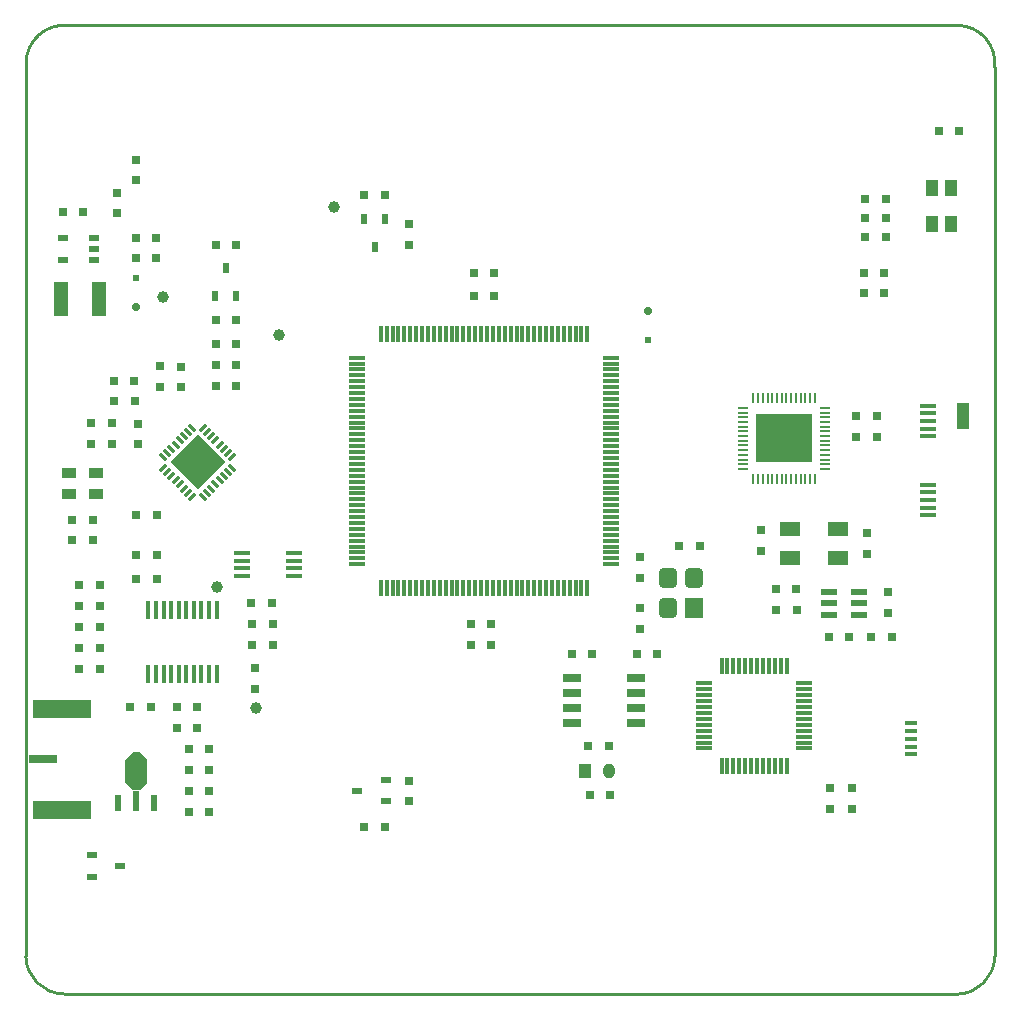
<source format=gtp>
G04*
G04 #@! TF.GenerationSoftware,Altium Limited,Altium Designer,20.2.5 (213)*
G04*
G04 Layer_Color=8421504*
%FSLAX42Y42*%
%MOMM*%
G71*
G04*
G04 #@! TF.SameCoordinates,314019C8-8427-4676-9664-B8FEBD72C539*
G04*
G04*
G04 #@! TF.FilePolarity,Positive*
G04*
G01*
G75*
%ADD13C,0.25*%
%ADD20R,0.80X0.80*%
%ADD21R,1.00X1.27*%
%ADD22O,1.00X1.27*%
%ADD23R,0.80X0.80*%
%ADD24R,0.60X0.60*%
G04:AMPARAMS|DCode=25|XSize=0.6mm|YSize=0.6mm|CornerRadius=0.15mm|HoleSize=0mm|Usage=FLASHONLY|Rotation=270.000|XOffset=0mm|YOffset=0mm|HoleType=Round|Shape=RoundedRectangle|*
%AMROUNDEDRECTD25*
21,1,0.60,0.30,0,0,270.0*
21,1,0.30,0.60,0,0,270.0*
1,1,0.30,-0.15,-0.15*
1,1,0.30,-0.15,0.15*
1,1,0.30,0.15,0.15*
1,1,0.30,0.15,-0.15*
%
%ADD25ROUNDEDRECTD25*%
%ADD26R,0.30X1.48*%
%ADD27R,1.48X0.30*%
%ADD28R,0.20X0.85*%
%ADD29R,0.85X0.20*%
%ADD30R,4.85X4.05*%
%ADD31R,1.40X0.60*%
%ADD32R,1.53X0.65*%
%ADD33R,0.98X2.18*%
%ADD34R,1.35X0.40*%
%ADD35R,1.10X0.45*%
%ADD36R,4.90X1.60*%
%ADD37R,2.35X0.70*%
%ADD38R,1.10X1.40*%
%ADD39R,0.85X0.60*%
%ADD40R,0.60X0.85*%
%ADD41R,1.80X1.20*%
G04:AMPARAMS|DCode=42|XSize=1.7mm|YSize=1.5mm|CornerRadius=0.38mm|HoleSize=0mm|Usage=FLASHONLY|Rotation=90.000|XOffset=0mm|YOffset=0mm|HoleType=Round|Shape=RoundedRectangle|*
%AMROUNDEDRECTD42*
21,1,1.70,0.75,0,0,90.0*
21,1,0.95,1.50,0,0,90.0*
1,1,0.75,0.38,0.48*
1,1,0.75,0.38,-0.48*
1,1,0.75,-0.38,-0.48*
1,1,0.75,-0.38,0.48*
%
%ADD42ROUNDEDRECTD42*%
%ADD43R,1.50X1.70*%
%ADD44R,1.25X0.90*%
%ADD45R,1.30X3.00*%
%ADD46C,1.00*%
%ADD47R,0.44X1.52*%
%ADD48P,4.60X4X90.0*%
G04:AMPARAMS|DCode=49|XSize=0.81mm|YSize=0.3mm|CornerRadius=0mm|HoleSize=0mm|Usage=FLASHONLY|Rotation=135.000|XOffset=0mm|YOffset=0mm|HoleType=Round|Shape=Rectangle|*
%AMROTATEDRECTD49*
4,1,4,0.40,-0.18,0.18,-0.40,-0.40,0.18,-0.18,0.40,0.40,-0.18,0.0*
%
%ADD49ROTATEDRECTD49*%

G04:AMPARAMS|DCode=50|XSize=0.81mm|YSize=0.3mm|CornerRadius=0mm|HoleSize=0mm|Usage=FLASHONLY|Rotation=45.000|XOffset=0mm|YOffset=0mm|HoleType=Round|Shape=Rectangle|*
%AMROTATEDRECTD50*
4,1,4,-0.18,-0.40,-0.40,-0.18,0.18,0.40,0.40,0.18,-0.18,-0.40,0.0*
%
%ADD50ROTATEDRECTD50*%

%ADD51R,0.90X0.55*%
%ADD52R,0.60X1.40*%
%ADD53R,0.60X1.80*%
%ADD54R,1.40X0.45*%
G36*
X3626Y4579D02*
Y4389D01*
X3561Y4324D01*
X3501D01*
X3436Y4389D01*
Y4579D01*
X3501Y4644D01*
X3561D01*
X3626Y4579D01*
D02*
G37*
D13*
X10799Y10444D02*
G03*
X10483Y10801I-316J38D01*
G01*
X10480Y2597D02*
G03*
X10801Y2921I-3J324D01*
G01*
X2597Y2921D02*
G03*
X2921Y2600I324J3D01*
G01*
X2962Y10799D02*
G03*
X2600Y10478I-39J-321D01*
G01*
X2962Y10799D02*
X2962Y10799D01*
X2598Y2921D02*
X2600Y10478D01*
X2921Y2600D02*
X10480Y2597D01*
X2911Y10800D02*
X10483Y10801D01*
X10800Y10444D02*
X10801Y2921D01*
D20*
X7536Y4696D02*
D03*
X7361D02*
D03*
X7547Y4282D02*
D03*
X7372D02*
D03*
X6364Y5728D02*
D03*
X6539D02*
D03*
X6389Y8509D02*
D03*
X6564D02*
D03*
X9629Y7315D02*
D03*
X9804D02*
D03*
X9629Y7493D02*
D03*
X9804D02*
D03*
X5639Y4013D02*
D03*
X5464D02*
D03*
X5639Y9360D02*
D03*
X5464D02*
D03*
X9569Y5621D02*
D03*
X9394D02*
D03*
X4380Y8304D02*
D03*
X4205D02*
D03*
X4205Y8940D02*
D03*
X4380D02*
D03*
X10501Y9906D02*
D03*
X10326D02*
D03*
X9692Y8700D02*
D03*
X9867D02*
D03*
X9692Y8534D02*
D03*
X9867D02*
D03*
X6364Y5550D02*
D03*
X6539D02*
D03*
X6390Y8700D02*
D03*
X6565D02*
D03*
X8129Y6388D02*
D03*
X8304D02*
D03*
X9704Y9004D02*
D03*
X9879D02*
D03*
X3976Y4318D02*
D03*
X4151D02*
D03*
X3976Y4496D02*
D03*
X4151D02*
D03*
X3656Y5029D02*
D03*
X3481D02*
D03*
X4381Y7925D02*
D03*
X4206D02*
D03*
X3224Y5347D02*
D03*
X3049D02*
D03*
X4381Y7747D02*
D03*
X4206D02*
D03*
X9879Y9169D02*
D03*
X9704D02*
D03*
X9879Y9334D02*
D03*
X9704D02*
D03*
X9755Y5620D02*
D03*
X9930D02*
D03*
X8950Y5847D02*
D03*
X9125D02*
D03*
X8947Y6032D02*
D03*
X9122D02*
D03*
X7220Y5481D02*
D03*
X7395D02*
D03*
X7944Y5476D02*
D03*
X7769D02*
D03*
X3533Y6655D02*
D03*
X3708D02*
D03*
X3224Y5880D02*
D03*
X3049D02*
D03*
X3224Y5525D02*
D03*
X3049D02*
D03*
X3515Y7785D02*
D03*
X3340D02*
D03*
X3875Y4851D02*
D03*
X4050D02*
D03*
X3875Y5029D02*
D03*
X4050D02*
D03*
X4508Y5906D02*
D03*
X4683D02*
D03*
X4511Y5550D02*
D03*
X4686D02*
D03*
X2910Y9220D02*
D03*
X3085D02*
D03*
X3224Y6058D02*
D03*
X3049D02*
D03*
X3049Y5702D02*
D03*
X3224D02*
D03*
X3977Y4140D02*
D03*
X4152D02*
D03*
X4205Y8103D02*
D03*
X4380D02*
D03*
X4151Y4674D02*
D03*
X3976D02*
D03*
X4511Y5728D02*
D03*
X4686D02*
D03*
X3708Y6312D02*
D03*
X3533D02*
D03*
X3708Y6109D02*
D03*
X3533D02*
D03*
X3152Y7252D02*
D03*
X3327D02*
D03*
X3151Y7430D02*
D03*
X3326D02*
D03*
X3518Y7620D02*
D03*
X3343D02*
D03*
D21*
X7330Y4491D02*
D03*
D22*
X7534D02*
D03*
D23*
X8826Y6350D02*
D03*
Y6525D02*
D03*
X9716Y6326D02*
D03*
Y6501D02*
D03*
X7798Y5691D02*
D03*
Y5866D02*
D03*
X9589Y4167D02*
D03*
Y4342D02*
D03*
X9408Y4167D02*
D03*
Y4342D02*
D03*
X5842Y4230D02*
D03*
Y4405D02*
D03*
Y8942D02*
D03*
Y9117D02*
D03*
X7798Y6123D02*
D03*
Y6298D02*
D03*
X4534Y5183D02*
D03*
Y5358D02*
D03*
X9901Y5828D02*
D03*
Y6003D02*
D03*
X3162Y6440D02*
D03*
Y6615D02*
D03*
X2985Y6440D02*
D03*
Y6615D02*
D03*
X3543Y7427D02*
D03*
Y7252D02*
D03*
X3734Y7737D02*
D03*
Y7912D02*
D03*
X3531Y9003D02*
D03*
Y8828D02*
D03*
X3366Y9384D02*
D03*
Y9209D02*
D03*
X3531Y9663D02*
D03*
Y9488D02*
D03*
X3912Y7734D02*
D03*
Y7909D02*
D03*
X3696Y8828D02*
D03*
Y9003D02*
D03*
D24*
X7861Y8137D02*
D03*
X3531Y8661D02*
D03*
D25*
X7861Y8382D02*
D03*
X3531Y8416D02*
D03*
D26*
X5602Y8186D02*
D03*
X5652D02*
D03*
X5702D02*
D03*
X5752D02*
D03*
X5802D02*
D03*
X5852D02*
D03*
X5902D02*
D03*
X5952D02*
D03*
X6002D02*
D03*
X6052D02*
D03*
X6102D02*
D03*
X6152D02*
D03*
X6202D02*
D03*
X6252D02*
D03*
X6302D02*
D03*
X6352D02*
D03*
X6402D02*
D03*
X6452D02*
D03*
X6502D02*
D03*
X6552D02*
D03*
X6602D02*
D03*
X6652D02*
D03*
X6702D02*
D03*
X6752D02*
D03*
X6802D02*
D03*
X6852D02*
D03*
X6902D02*
D03*
X6952D02*
D03*
X7002D02*
D03*
X7052D02*
D03*
X7102D02*
D03*
X7152D02*
D03*
X7202D02*
D03*
X7252D02*
D03*
X7302D02*
D03*
X7352D02*
D03*
Y6038D02*
D03*
X7302D02*
D03*
X7252D02*
D03*
X7202D02*
D03*
X7152D02*
D03*
X7102D02*
D03*
X7052D02*
D03*
X7002D02*
D03*
X6952D02*
D03*
X6902D02*
D03*
X6852D02*
D03*
X6802D02*
D03*
X6752D02*
D03*
X6702D02*
D03*
X6652D02*
D03*
X6602D02*
D03*
X6552D02*
D03*
X6502D02*
D03*
X6452D02*
D03*
X6402D02*
D03*
X6352D02*
D03*
X6302D02*
D03*
X6252D02*
D03*
X6202D02*
D03*
X6152D02*
D03*
X6102D02*
D03*
X6052D02*
D03*
X6002D02*
D03*
X5952D02*
D03*
X5902D02*
D03*
X5852D02*
D03*
X5802D02*
D03*
X5752D02*
D03*
X5702D02*
D03*
X5652D02*
D03*
X5602D02*
D03*
X9038Y5377D02*
D03*
X8988D02*
D03*
X8938D02*
D03*
X8888D02*
D03*
X8838D02*
D03*
X8788D02*
D03*
X8738D02*
D03*
X8688D02*
D03*
X8638D02*
D03*
X8588D02*
D03*
X8538D02*
D03*
X8488D02*
D03*
Y4529D02*
D03*
X8538D02*
D03*
X8588D02*
D03*
X8638D02*
D03*
X8688D02*
D03*
X8738D02*
D03*
X8788D02*
D03*
X8838D02*
D03*
X8888D02*
D03*
X8938D02*
D03*
X8988D02*
D03*
X9038D02*
D03*
D27*
X7551Y7987D02*
D03*
Y7937D02*
D03*
Y7887D02*
D03*
Y7837D02*
D03*
Y7787D02*
D03*
Y7737D02*
D03*
Y7687D02*
D03*
Y7637D02*
D03*
Y7587D02*
D03*
Y7537D02*
D03*
Y7487D02*
D03*
Y7437D02*
D03*
Y7387D02*
D03*
Y7337D02*
D03*
Y7287D02*
D03*
Y7237D02*
D03*
Y7187D02*
D03*
Y7137D02*
D03*
Y7087D02*
D03*
Y7037D02*
D03*
Y6987D02*
D03*
Y6937D02*
D03*
Y6887D02*
D03*
Y6837D02*
D03*
Y6787D02*
D03*
Y6737D02*
D03*
Y6687D02*
D03*
Y6637D02*
D03*
Y6587D02*
D03*
Y6537D02*
D03*
Y6487D02*
D03*
Y6437D02*
D03*
Y6387D02*
D03*
Y6337D02*
D03*
Y6287D02*
D03*
Y6237D02*
D03*
X5403D02*
D03*
Y6287D02*
D03*
Y6337D02*
D03*
Y6387D02*
D03*
Y6437D02*
D03*
Y6487D02*
D03*
Y6537D02*
D03*
Y6587D02*
D03*
Y6637D02*
D03*
Y6687D02*
D03*
Y6737D02*
D03*
Y6787D02*
D03*
Y6837D02*
D03*
Y6887D02*
D03*
Y6937D02*
D03*
Y6987D02*
D03*
Y7037D02*
D03*
Y7087D02*
D03*
Y7137D02*
D03*
Y7187D02*
D03*
Y7237D02*
D03*
Y7287D02*
D03*
Y7337D02*
D03*
Y7387D02*
D03*
Y7437D02*
D03*
Y7487D02*
D03*
Y7537D02*
D03*
Y7587D02*
D03*
Y7637D02*
D03*
Y7687D02*
D03*
Y7737D02*
D03*
Y7787D02*
D03*
Y7837D02*
D03*
Y7887D02*
D03*
Y7937D02*
D03*
Y7987D02*
D03*
X8339Y5228D02*
D03*
Y5178D02*
D03*
Y5128D02*
D03*
Y5078D02*
D03*
Y5028D02*
D03*
Y4978D02*
D03*
Y4928D02*
D03*
Y4878D02*
D03*
Y4828D02*
D03*
Y4778D02*
D03*
Y4728D02*
D03*
Y4678D02*
D03*
X9187D02*
D03*
Y4728D02*
D03*
Y4778D02*
D03*
Y4828D02*
D03*
Y4878D02*
D03*
Y4928D02*
D03*
Y4978D02*
D03*
Y5028D02*
D03*
Y5078D02*
D03*
Y5128D02*
D03*
Y5178D02*
D03*
Y5228D02*
D03*
D28*
X8757Y6957D02*
D03*
X8797D02*
D03*
X8837D02*
D03*
X8877D02*
D03*
X8917D02*
D03*
X8957D02*
D03*
X8997D02*
D03*
X9037D02*
D03*
X9077D02*
D03*
X9117D02*
D03*
X9157D02*
D03*
X9197D02*
D03*
X9237D02*
D03*
X9277D02*
D03*
Y7647D02*
D03*
X9237D02*
D03*
X9197D02*
D03*
X9157D02*
D03*
X9117D02*
D03*
X9077D02*
D03*
X9037D02*
D03*
X8997D02*
D03*
X8957D02*
D03*
X8917D02*
D03*
X8877D02*
D03*
X8837D02*
D03*
X8797D02*
D03*
X8757D02*
D03*
D29*
X9362Y7043D02*
D03*
Y7082D02*
D03*
Y7122D02*
D03*
Y7162D02*
D03*
Y7203D02*
D03*
Y7243D02*
D03*
Y7282D02*
D03*
Y7322D02*
D03*
Y7362D02*
D03*
Y7403D02*
D03*
Y7443D02*
D03*
Y7482D02*
D03*
Y7522D02*
D03*
Y7562D02*
D03*
X8672D02*
D03*
Y7522D02*
D03*
Y7482D02*
D03*
Y7443D02*
D03*
Y7403D02*
D03*
Y7362D02*
D03*
Y7322D02*
D03*
Y7282D02*
D03*
Y7243D02*
D03*
Y7203D02*
D03*
Y7162D02*
D03*
Y7122D02*
D03*
Y7082D02*
D03*
Y7043D02*
D03*
D30*
X9017Y7303D02*
D03*
D31*
X9650Y5810D02*
D03*
Y5906D02*
D03*
Y6001D02*
D03*
X9400D02*
D03*
Y5906D02*
D03*
Y5810D02*
D03*
D32*
X7222Y5271D02*
D03*
Y5144D02*
D03*
Y5017D02*
D03*
Y4890D02*
D03*
X7764D02*
D03*
Y5017D02*
D03*
Y5144D02*
D03*
Y5271D02*
D03*
D33*
X10532Y7493D02*
D03*
D34*
X10235Y7581D02*
D03*
Y7516D02*
D03*
Y7451D02*
D03*
Y7386D02*
D03*
Y7321D02*
D03*
Y6911D02*
D03*
Y6846D02*
D03*
Y6781D02*
D03*
Y6716D02*
D03*
Y6651D02*
D03*
D35*
X10096Y4629D02*
D03*
Y4694D02*
D03*
Y4760D02*
D03*
Y4824D02*
D03*
Y4890D02*
D03*
D36*
X2901Y4160D02*
D03*
Y5010D02*
D03*
D37*
X2743Y4585D02*
D03*
D38*
X10431Y9421D02*
D03*
X10271D02*
D03*
X10431Y9121D02*
D03*
X10271D02*
D03*
D39*
X5404Y4318D02*
D03*
X5644Y4407D02*
D03*
Y4229D02*
D03*
X3397Y3683D02*
D03*
X3157Y3588D02*
D03*
Y3778D02*
D03*
D40*
X5550Y8922D02*
D03*
X5461Y9162D02*
D03*
X5639D02*
D03*
X4203Y8509D02*
D03*
X4381D02*
D03*
X4292Y8749D02*
D03*
D41*
X9071Y6533D02*
D03*
X9471D02*
D03*
Y6294D02*
D03*
X9071D02*
D03*
D42*
X8031Y5867D02*
D03*
Y6121D02*
D03*
X8251D02*
D03*
D43*
Y5867D02*
D03*
D44*
X2959Y6833D02*
D03*
Y7013D02*
D03*
X3188Y6833D02*
D03*
Y7013D02*
D03*
D45*
X3217Y8484D02*
D03*
X2896D02*
D03*
D46*
X4547Y5017D02*
D03*
X4216Y6045D02*
D03*
X3759Y8496D02*
D03*
X5207Y9258D02*
D03*
X4737Y8179D02*
D03*
D47*
X3636Y5847D02*
D03*
X3700D02*
D03*
X3764D02*
D03*
X3828D02*
D03*
X3892D02*
D03*
X3956D02*
D03*
X4020D02*
D03*
X4084D02*
D03*
X4148D02*
D03*
X4212D02*
D03*
Y5304D02*
D03*
X4148D02*
D03*
X4084D02*
D03*
X4020D02*
D03*
X3956D02*
D03*
X3892D02*
D03*
X3828D02*
D03*
X3764D02*
D03*
X3700D02*
D03*
X3636D02*
D03*
D48*
X4051Y7099D02*
D03*
D49*
X3759Y7144D02*
D03*
X3794Y7180D02*
D03*
X3829Y7214D02*
D03*
X3865Y7250D02*
D03*
X3900Y7286D02*
D03*
X3936Y7322D02*
D03*
X3970Y7356D02*
D03*
X4006Y7392D02*
D03*
X4344Y7054D02*
D03*
X4308Y7018D02*
D03*
X4274Y6984D02*
D03*
X4238Y6948D02*
D03*
X4202Y6913D02*
D03*
X4166Y6877D02*
D03*
X4132Y6842D02*
D03*
X4096Y6807D02*
D03*
D50*
Y7392D02*
D03*
X4132Y7356D02*
D03*
X4166Y7322D02*
D03*
X4202Y7286D02*
D03*
X4238Y7250D02*
D03*
X4274Y7214D02*
D03*
X4308Y7180D02*
D03*
X4344Y7144D02*
D03*
X4006Y6807D02*
D03*
X3970Y6842D02*
D03*
X3936Y6877D02*
D03*
X3900Y6913D02*
D03*
X3865Y6948D02*
D03*
X3829Y6984D02*
D03*
X3794Y7018D02*
D03*
X3759Y7054D02*
D03*
D51*
X2908Y8814D02*
D03*
X3177D02*
D03*
Y8908D02*
D03*
X2908Y9002D02*
D03*
X3177D02*
D03*
D52*
X3681Y4214D02*
D03*
X3381D02*
D03*
D53*
X3531Y4234D02*
D03*
D54*
X4428Y6138D02*
D03*
Y6203D02*
D03*
Y6268D02*
D03*
Y6333D02*
D03*
X4868D02*
D03*
Y6268D02*
D03*
Y6203D02*
D03*
Y6138D02*
D03*
M02*

</source>
